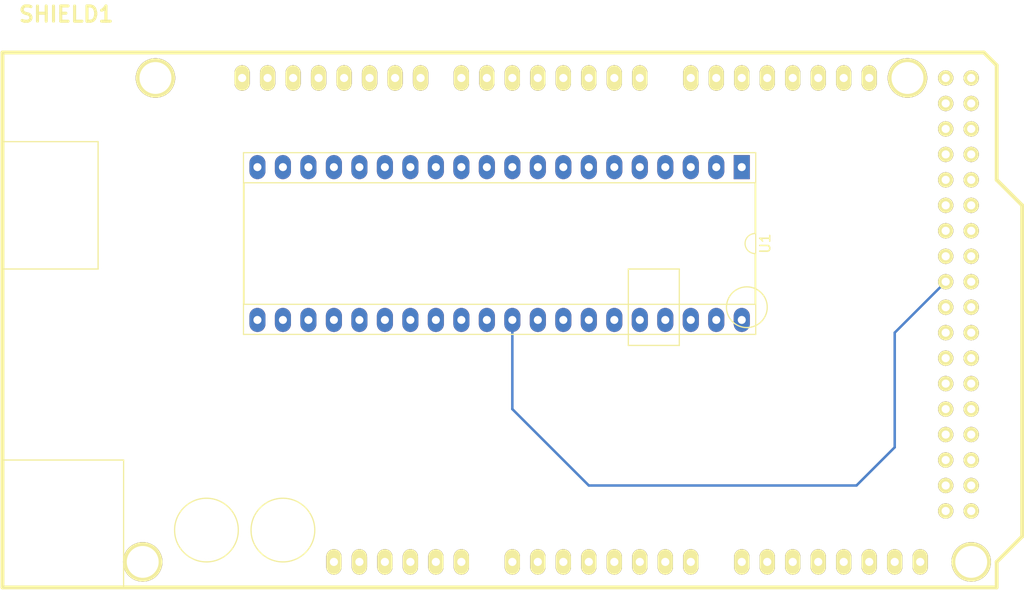
<source format=kicad_pcb>
(kicad_pcb (version 20171130) (host pcbnew "(5.0.0)")

  (general
    (thickness 1.6)
    (drawings 0)
    (tracks 6)
    (zones 0)
    (modules 2)
    (nets 95)
  )

  (page A4)
  (layers
    (0 F.Cu signal)
    (31 B.Cu signal)
    (32 B.Adhes user)
    (33 F.Adhes user)
    (34 B.Paste user)
    (35 F.Paste user)
    (36 B.SilkS user)
    (37 F.SilkS user)
    (38 B.Mask user)
    (39 F.Mask user)
    (40 Dwgs.User user)
    (41 Cmts.User user)
    (42 Eco1.User user)
    (43 Eco2.User user)
    (44 Edge.Cuts user)
    (45 Margin user)
    (46 B.CrtYd user)
    (47 F.CrtYd user)
    (48 B.Fab user)
    (49 F.Fab user)
  )

  (setup
    (last_trace_width 0.25)
    (trace_clearance 0.2)
    (zone_clearance 0.508)
    (zone_45_only no)
    (trace_min 0.2)
    (segment_width 0.2)
    (edge_width 0.1)
    (via_size 0.8)
    (via_drill 0.4)
    (via_min_size 0.4)
    (via_min_drill 0.3)
    (uvia_size 0.3)
    (uvia_drill 0.1)
    (uvias_allowed no)
    (uvia_min_size 0.2)
    (uvia_min_drill 0.1)
    (pcb_text_width 0.3)
    (pcb_text_size 1.5 1.5)
    (mod_edge_width 0.15)
    (mod_text_size 1 1)
    (mod_text_width 0.15)
    (pad_size 1.5 1.5)
    (pad_drill 0.6)
    (pad_to_mask_clearance 0)
    (aux_axis_origin 0 0)
    (visible_elements FFFFFF7F)
    (pcbplotparams
      (layerselection 0x010fc_ffffffff)
      (usegerberextensions false)
      (usegerberattributes false)
      (usegerberadvancedattributes false)
      (creategerberjobfile false)
      (excludeedgelayer true)
      (linewidth 0.100000)
      (plotframeref false)
      (viasonmask false)
      (mode 1)
      (useauxorigin false)
      (hpglpennumber 1)
      (hpglpenspeed 20)
      (hpglpendiameter 15.000000)
      (psnegative false)
      (psa4output false)
      (plotreference true)
      (plotvalue true)
      (plotinvisibletext false)
      (padsonsilk false)
      (subtractmaskfromsilk false)
      (outputformat 1)
      (mirror false)
      (drillshape 1)
      (scaleselection 1)
      (outputdirectory ""))
  )

  (net 0 "")
  (net 1 "Net-(SHIELD1-Pad14)")
  (net 2 "Net-(SHIELD1-Pad15)")
  (net 3 "Net-(SHIELD1-Pad16)")
  (net 4 "Net-(SHIELD1-Pad17)")
  (net 5 "Net-(SHIELD1-Pad18)")
  (net 6 "Net-(SHIELD1-Pad19)")
  (net 7 "Net-(SHIELD1-Pad20)")
  (net 8 "Net-(SHIELD1-Pad21)")
  (net 9 "Net-(SHIELD1-PadAD15)")
  (net 10 "Net-(SHIELD1-PadAD14)")
  (net 11 "Net-(SHIELD1-PadAD13)")
  (net 12 "Net-(SHIELD1-PadAD12)")
  (net 13 "Net-(SHIELD1-PadAD8)")
  (net 14 "Net-(SHIELD1-PadAD7)")
  (net 15 "Net-(SHIELD1-PadAD6)")
  (net 16 "Net-(SHIELD1-PadAD9)")
  (net 17 "Net-(SHIELD1-PadAD10)")
  (net 18 "Net-(SHIELD1-PadAD11)")
  (net 19 "Net-(SHIELD1-PadAD5)")
  (net 20 "Net-(SHIELD1-PadAD4)")
  (net 21 "Net-(SHIELD1-PadAD3)")
  (net 22 "Net-(SHIELD1-PadAD0)")
  (net 23 "Net-(SHIELD1-PadAD1)")
  (net 24 "Net-(SHIELD1-PadAD2)")
  (net 25 "Net-(SHIELD1-PadV_IN)")
  (net 26 "Net-(SHIELD1-PadGND2)")
  (net 27 "Net-(SHIELD1-PadGND1)")
  (net 28 "Net-(SHIELD1-Pad3V3)")
  (net 29 "Net-(SHIELD1-PadRST)")
  (net 30 "Net-(SHIELD1-Pad0)")
  (net 31 "Net-(SHIELD1-Pad1)")
  (net 32 "Net-(SHIELD1-Pad2)")
  (net 33 "Net-(SHIELD1-Pad3)")
  (net 34 "Net-(SHIELD1-Pad4)")
  (net 35 "Net-(SHIELD1-Pad5)")
  (net 36 "Net-(SHIELD1-Pad6)")
  (net 37 "Net-(SHIELD1-Pad7)")
  (net 38 "Net-(SHIELD1-Pad8)")
  (net 39 "Net-(SHIELD1-Pad9)")
  (net 40 "Net-(SHIELD1-Pad10)")
  (net 41 "Net-(SHIELD1-Pad11)")
  (net 42 "Net-(SHIELD1-Pad12)")
  (net 43 "Net-(SHIELD1-Pad13)")
  (net 44 "Net-(SHIELD1-PadGND3)")
  (net 45 "Net-(SHIELD1-PadAREF)")
  (net 46 "Net-(SHIELD1-Pad5V)")
  (net 47 +5V)
  (net 48 "Net-(SHIELD1-Pad38)")
  (net 49 "Net-(SHIELD1-Pad39)")
  (net 50 "Net-(SHIELD1-Pad40)")
  (net 51 "Net-(SHIELD1-Pad41)")
  (net 52 "Net-(SHIELD1-Pad42)")
  (net 53 "Net-(SHIELD1-Pad43)")
  (net 54 "Net-(SHIELD1-Pad44)")
  (net 55 "Net-(SHIELD1-Pad45)")
  (net 56 "Net-(SHIELD1-Pad46)")
  (net 57 "Net-(SHIELD1-Pad47)")
  (net 58 "Net-(SHIELD1-Pad48)")
  (net 59 "Net-(SHIELD1-Pad49)")
  (net 60 "Net-(SHIELD1-Pad50)")
  (net 61 "Net-(SHIELD1-Pad51)")
  (net 62 "Net-(SHIELD1-Pad52)")
  (net 63 "Net-(SHIELD1-Pad53)")
  (net 64 GND)
  (net 65 "Net-(U1-Pad20)")
  (net 66 "Net-(U1-Pad19)")
  (net 67 "Net-(U1-Pad18)")
  (net 68 "Net-(U1-Pad17)")
  (net 69 "Net-(U1-Pad16)")
  (net 70 "Net-(U1-Pad28)")
  (net 71 "Net-(U1-Pad27)")
  (net 72 "Net-(U1-Pad26)")
  (net 73 "Net-(U1-Pad6)")
  (net 74 "Net-(U1-Pad25)")
  (net 75 "Net-(U1-Pad24)")
  (net 76 "Net-(U1-Pad23)")
  (net 77 "Net-(U1-Pad22)")
  (net 78 "Net-(U1-Pad21)")
  (net 79 /a0)
  (net 80 /a8)
  (net 81 /a10)
  (net 82 /a9)
  (net 83 /a7)
  (net 84 /a6)
  (net 85 /a5)
  (net 86 /a4)
  (net 87 /a3)
  (net 88 /a2)
  (net 89 /a1)
  (net 90 /a15)
  (net 91 /a14)
  (net 92 /a13)
  (net 93 /a12)
  (net 94 /a11)

  (net_class Default "This is the default net class."
    (clearance 0.2)
    (trace_width 0.25)
    (via_dia 0.8)
    (via_drill 0.4)
    (uvia_dia 0.3)
    (uvia_drill 0.1)
    (add_net +5V)
    (add_net /a0)
    (add_net /a1)
    (add_net /a10)
    (add_net /a11)
    (add_net /a12)
    (add_net /a13)
    (add_net /a14)
    (add_net /a15)
    (add_net /a2)
    (add_net /a3)
    (add_net /a4)
    (add_net /a5)
    (add_net /a6)
    (add_net /a7)
    (add_net /a8)
    (add_net /a9)
    (add_net GND)
    (add_net "Net-(SHIELD1-Pad0)")
    (add_net "Net-(SHIELD1-Pad1)")
    (add_net "Net-(SHIELD1-Pad10)")
    (add_net "Net-(SHIELD1-Pad11)")
    (add_net "Net-(SHIELD1-Pad12)")
    (add_net "Net-(SHIELD1-Pad13)")
    (add_net "Net-(SHIELD1-Pad14)")
    (add_net "Net-(SHIELD1-Pad15)")
    (add_net "Net-(SHIELD1-Pad16)")
    (add_net "Net-(SHIELD1-Pad17)")
    (add_net "Net-(SHIELD1-Pad18)")
    (add_net "Net-(SHIELD1-Pad19)")
    (add_net "Net-(SHIELD1-Pad2)")
    (add_net "Net-(SHIELD1-Pad20)")
    (add_net "Net-(SHIELD1-Pad21)")
    (add_net "Net-(SHIELD1-Pad3)")
    (add_net "Net-(SHIELD1-Pad38)")
    (add_net "Net-(SHIELD1-Pad39)")
    (add_net "Net-(SHIELD1-Pad3V3)")
    (add_net "Net-(SHIELD1-Pad4)")
    (add_net "Net-(SHIELD1-Pad40)")
    (add_net "Net-(SHIELD1-Pad41)")
    (add_net "Net-(SHIELD1-Pad42)")
    (add_net "Net-(SHIELD1-Pad43)")
    (add_net "Net-(SHIELD1-Pad44)")
    (add_net "Net-(SHIELD1-Pad45)")
    (add_net "Net-(SHIELD1-Pad46)")
    (add_net "Net-(SHIELD1-Pad47)")
    (add_net "Net-(SHIELD1-Pad48)")
    (add_net "Net-(SHIELD1-Pad49)")
    (add_net "Net-(SHIELD1-Pad5)")
    (add_net "Net-(SHIELD1-Pad50)")
    (add_net "Net-(SHIELD1-Pad51)")
    (add_net "Net-(SHIELD1-Pad52)")
    (add_net "Net-(SHIELD1-Pad53)")
    (add_net "Net-(SHIELD1-Pad5V)")
    (add_net "Net-(SHIELD1-Pad6)")
    (add_net "Net-(SHIELD1-Pad7)")
    (add_net "Net-(SHIELD1-Pad8)")
    (add_net "Net-(SHIELD1-Pad9)")
    (add_net "Net-(SHIELD1-PadAD0)")
    (add_net "Net-(SHIELD1-PadAD1)")
    (add_net "Net-(SHIELD1-PadAD10)")
    (add_net "Net-(SHIELD1-PadAD11)")
    (add_net "Net-(SHIELD1-PadAD12)")
    (add_net "Net-(SHIELD1-PadAD13)")
    (add_net "Net-(SHIELD1-PadAD14)")
    (add_net "Net-(SHIELD1-PadAD15)")
    (add_net "Net-(SHIELD1-PadAD2)")
    (add_net "Net-(SHIELD1-PadAD3)")
    (add_net "Net-(SHIELD1-PadAD4)")
    (add_net "Net-(SHIELD1-PadAD5)")
    (add_net "Net-(SHIELD1-PadAD6)")
    (add_net "Net-(SHIELD1-PadAD7)")
    (add_net "Net-(SHIELD1-PadAD8)")
    (add_net "Net-(SHIELD1-PadAD9)")
    (add_net "Net-(SHIELD1-PadAREF)")
    (add_net "Net-(SHIELD1-PadGND1)")
    (add_net "Net-(SHIELD1-PadGND2)")
    (add_net "Net-(SHIELD1-PadGND3)")
    (add_net "Net-(SHIELD1-PadRST)")
    (add_net "Net-(SHIELD1-PadV_IN)")
    (add_net "Net-(U1-Pad16)")
    (add_net "Net-(U1-Pad17)")
    (add_net "Net-(U1-Pad18)")
    (add_net "Net-(U1-Pad19)")
    (add_net "Net-(U1-Pad20)")
    (add_net "Net-(U1-Pad21)")
    (add_net "Net-(U1-Pad22)")
    (add_net "Net-(U1-Pad23)")
    (add_net "Net-(U1-Pad24)")
    (add_net "Net-(U1-Pad25)")
    (add_net "Net-(U1-Pad26)")
    (add_net "Net-(U1-Pad27)")
    (add_net "Net-(U1-Pad28)")
    (add_net "Net-(U1-Pad6)")
  )

  (module arduino_shields:ARDUINO_MEGA_SHIELD (layer F.Cu) (tedit 4D35330D) (tstamp 5B965E98)
    (at 62.23 121.92)
    (path /5B964095)
    (fp_text reference SHIELD1 (at 6.35 -57.15) (layer F.SilkS)
      (effects (font (size 1.524 1.524) (thickness 0.3048)))
    )
    (fp_text value ARDUINO_MEGA_SHIELD (at 13.97 -54.61) (layer F.SilkS) hide
      (effects (font (size 1.524 1.524) (thickness 0.3048)))
    )
    (fp_circle (center 27.94 -5.715) (end 31.115 -5.715) (layer F.SilkS) (width 0.127))
    (fp_circle (center 20.32 -5.715) (end 23.495 -5.715) (layer F.SilkS) (width 0.127))
    (fp_line (start 0 -12.7) (end 12.065 -12.7) (layer F.SilkS) (width 0.127))
    (fp_line (start 12.065 -12.7) (end 12.065 0) (layer F.SilkS) (width 0.127))
    (fp_line (start 0 -44.45) (end 9.525 -44.45) (layer F.SilkS) (width 0.127))
    (fp_line (start 9.525 -44.45) (end 9.525 -31.75) (layer F.SilkS) (width 0.127))
    (fp_line (start 9.525 -31.75) (end 0 -31.75) (layer F.SilkS) (width 0.127))
    (fp_line (start 62.357 -31.75) (end 62.357 -24.13) (layer F.SilkS) (width 0.127))
    (fp_line (start 62.357 -24.13) (end 67.437 -24.13) (layer F.SilkS) (width 0.127))
    (fp_line (start 67.437 -24.13) (end 67.437 -31.75) (layer F.SilkS) (width 0.127))
    (fp_line (start 67.437 -31.75) (end 62.357 -31.75) (layer F.SilkS) (width 0.127))
    (fp_circle (center 74.168 -27.94) (end 76.2 -27.94) (layer F.SilkS) (width 0.127))
    (fp_line (start 99.06 0) (end 0 0) (layer F.SilkS) (width 0.381))
    (fp_line (start 97.79 -53.34) (end 0 -53.34) (layer F.SilkS) (width 0.381))
    (fp_line (start 99.06 -40.64) (end 99.06 -52.07) (layer F.SilkS) (width 0.381))
    (fp_line (start 99.06 -52.07) (end 97.79 -53.34) (layer F.SilkS) (width 0.381))
    (fp_line (start 0 0) (end 0 -53.34) (layer F.SilkS) (width 0.381))
    (fp_line (start 99.06 -40.64) (end 101.6 -38.1) (layer F.SilkS) (width 0.381))
    (fp_line (start 101.6 -38.1) (end 101.6 -5.08) (layer F.SilkS) (width 0.381))
    (fp_line (start 101.6 -5.08) (end 99.06 -2.54) (layer F.SilkS) (width 0.381))
    (fp_line (start 99.06 -2.54) (end 99.06 0) (layer F.SilkS) (width 0.381))
    (pad 14 thru_hole oval (at 68.58 -50.8 90) (size 2.54 1.524) (drill 0.8128) (layers *.Cu *.Mask F.SilkS)
      (net 1 "Net-(SHIELD1-Pad14)"))
    (pad 15 thru_hole oval (at 71.12 -50.8 90) (size 2.54 1.524) (drill 0.8128) (layers *.Cu *.Mask F.SilkS)
      (net 2 "Net-(SHIELD1-Pad15)"))
    (pad 16 thru_hole oval (at 73.66 -50.8 90) (size 2.54 1.524) (drill 0.8128) (layers *.Cu *.Mask F.SilkS)
      (net 3 "Net-(SHIELD1-Pad16)"))
    (pad 17 thru_hole oval (at 76.2 -50.8 90) (size 2.54 1.524) (drill 0.8128) (layers *.Cu *.Mask F.SilkS)
      (net 4 "Net-(SHIELD1-Pad17)"))
    (pad 18 thru_hole oval (at 78.74 -50.8 90) (size 2.54 1.524) (drill 0.8128) (layers *.Cu *.Mask F.SilkS)
      (net 5 "Net-(SHIELD1-Pad18)"))
    (pad 19 thru_hole oval (at 81.28 -50.8 90) (size 2.54 1.524) (drill 0.8128) (layers *.Cu *.Mask F.SilkS)
      (net 6 "Net-(SHIELD1-Pad19)"))
    (pad 20 thru_hole oval (at 83.82 -50.8 90) (size 2.54 1.524) (drill 0.8128) (layers *.Cu *.Mask F.SilkS)
      (net 7 "Net-(SHIELD1-Pad20)"))
    (pad 21 thru_hole oval (at 86.36 -50.8 90) (size 2.54 1.524) (drill 0.8128) (layers *.Cu *.Mask F.SilkS)
      (net 8 "Net-(SHIELD1-Pad21)"))
    (pad AD15 thru_hole oval (at 91.44 -2.54 90) (size 2.54 1.524) (drill 0.8128) (layers *.Cu *.Mask F.SilkS)
      (net 9 "Net-(SHIELD1-PadAD15)"))
    (pad AD14 thru_hole oval (at 88.9 -2.54 90) (size 2.54 1.524) (drill 0.8128) (layers *.Cu *.Mask F.SilkS)
      (net 10 "Net-(SHIELD1-PadAD14)"))
    (pad AD13 thru_hole oval (at 86.36 -2.54 90) (size 2.54 1.524) (drill 0.8128) (layers *.Cu *.Mask F.SilkS)
      (net 11 "Net-(SHIELD1-PadAD13)"))
    (pad AD12 thru_hole oval (at 83.82 -2.54 90) (size 2.54 1.524) (drill 0.8128) (layers *.Cu *.Mask F.SilkS)
      (net 12 "Net-(SHIELD1-PadAD12)"))
    (pad AD8 thru_hole oval (at 73.66 -2.54 90) (size 2.54 1.524) (drill 0.8128) (layers *.Cu *.Mask F.SilkS)
      (net 13 "Net-(SHIELD1-PadAD8)"))
    (pad AD7 thru_hole oval (at 68.58 -2.54 90) (size 2.54 1.524) (drill 0.8128) (layers *.Cu *.Mask F.SilkS)
      (net 14 "Net-(SHIELD1-PadAD7)"))
    (pad AD6 thru_hole oval (at 66.04 -2.54 90) (size 2.54 1.524) (drill 0.8128) (layers *.Cu *.Mask F.SilkS)
      (net 15 "Net-(SHIELD1-PadAD6)"))
    (pad AD9 thru_hole oval (at 76.2 -2.54 90) (size 2.54 1.524) (drill 0.8128) (layers *.Cu *.Mask F.SilkS)
      (net 16 "Net-(SHIELD1-PadAD9)"))
    (pad AD10 thru_hole oval (at 78.74 -2.54 90) (size 2.54 1.524) (drill 0.8128) (layers *.Cu *.Mask F.SilkS)
      (net 17 "Net-(SHIELD1-PadAD10)"))
    (pad AD11 thru_hole oval (at 81.28 -2.54 90) (size 2.54 1.524) (drill 0.8128) (layers *.Cu *.Mask F.SilkS)
      (net 18 "Net-(SHIELD1-PadAD11)"))
    (pad AD5 thru_hole oval (at 63.5 -2.54 90) (size 2.54 1.524) (drill 0.8128) (layers *.Cu *.Mask F.SilkS)
      (net 19 "Net-(SHIELD1-PadAD5)"))
    (pad AD4 thru_hole oval (at 60.96 -2.54 90) (size 2.54 1.524) (drill 0.8128) (layers *.Cu *.Mask F.SilkS)
      (net 20 "Net-(SHIELD1-PadAD4)"))
    (pad AD3 thru_hole oval (at 58.42 -2.54 90) (size 2.54 1.524) (drill 0.8128) (layers *.Cu *.Mask F.SilkS)
      (net 21 "Net-(SHIELD1-PadAD3)"))
    (pad AD0 thru_hole oval (at 50.8 -2.54 90) (size 2.54 1.524) (drill 0.8128) (layers *.Cu *.Mask F.SilkS)
      (net 22 "Net-(SHIELD1-PadAD0)"))
    (pad AD1 thru_hole oval (at 53.34 -2.54 90) (size 2.54 1.524) (drill 0.8128) (layers *.Cu *.Mask F.SilkS)
      (net 23 "Net-(SHIELD1-PadAD1)"))
    (pad AD2 thru_hole oval (at 55.88 -2.54 90) (size 2.54 1.524) (drill 0.8128) (layers *.Cu *.Mask F.SilkS)
      (net 24 "Net-(SHIELD1-PadAD2)"))
    (pad V_IN thru_hole oval (at 45.72 -2.54 90) (size 2.54 1.524) (drill 0.8128) (layers *.Cu *.Mask F.SilkS)
      (net 25 "Net-(SHIELD1-PadV_IN)"))
    (pad GND2 thru_hole oval (at 43.18 -2.54 90) (size 2.54 1.524) (drill 0.8128) (layers *.Cu *.Mask F.SilkS)
      (net 26 "Net-(SHIELD1-PadGND2)"))
    (pad GND1 thru_hole oval (at 40.64 -2.54 90) (size 2.54 1.524) (drill 0.8128) (layers *.Cu *.Mask F.SilkS)
      (net 27 "Net-(SHIELD1-PadGND1)"))
    (pad 3V3 thru_hole oval (at 35.56 -2.54 90) (size 2.54 1.524) (drill 0.8128) (layers *.Cu *.Mask F.SilkS)
      (net 28 "Net-(SHIELD1-Pad3V3)"))
    (pad RST thru_hole oval (at 33.02 -2.54 90) (size 2.54 1.524) (drill 0.8128) (layers *.Cu *.Mask F.SilkS)
      (net 29 "Net-(SHIELD1-PadRST)"))
    (pad 0 thru_hole oval (at 63.5 -50.8 90) (size 2.54 1.524) (drill 0.8128) (layers *.Cu *.Mask F.SilkS)
      (net 30 "Net-(SHIELD1-Pad0)"))
    (pad 1 thru_hole oval (at 60.96 -50.8 90) (size 2.54 1.524) (drill 0.8128) (layers *.Cu *.Mask F.SilkS)
      (net 31 "Net-(SHIELD1-Pad1)"))
    (pad 2 thru_hole oval (at 58.42 -50.8 90) (size 2.54 1.524) (drill 0.8128) (layers *.Cu *.Mask F.SilkS)
      (net 32 "Net-(SHIELD1-Pad2)"))
    (pad 3 thru_hole oval (at 55.88 -50.8 90) (size 2.54 1.524) (drill 0.8128) (layers *.Cu *.Mask F.SilkS)
      (net 33 "Net-(SHIELD1-Pad3)"))
    (pad 4 thru_hole oval (at 53.34 -50.8 90) (size 2.54 1.524) (drill 0.8128) (layers *.Cu *.Mask F.SilkS)
      (net 34 "Net-(SHIELD1-Pad4)"))
    (pad 5 thru_hole oval (at 50.8 -50.8 90) (size 2.54 1.524) (drill 0.8128) (layers *.Cu *.Mask F.SilkS)
      (net 35 "Net-(SHIELD1-Pad5)"))
    (pad 6 thru_hole oval (at 48.26 -50.8 90) (size 2.54 1.524) (drill 0.8128) (layers *.Cu *.Mask F.SilkS)
      (net 36 "Net-(SHIELD1-Pad6)"))
    (pad 7 thru_hole oval (at 45.72 -50.8 90) (size 2.54 1.524) (drill 0.8128) (layers *.Cu *.Mask F.SilkS)
      (net 37 "Net-(SHIELD1-Pad7)"))
    (pad 8 thru_hole oval (at 41.656 -50.8 90) (size 2.54 1.524) (drill 0.8128) (layers *.Cu *.Mask F.SilkS)
      (net 38 "Net-(SHIELD1-Pad8)"))
    (pad 9 thru_hole oval (at 39.116 -50.8 90) (size 2.54 1.524) (drill 0.8128) (layers *.Cu *.Mask F.SilkS)
      (net 39 "Net-(SHIELD1-Pad9)"))
    (pad 10 thru_hole oval (at 36.576 -50.8 90) (size 2.54 1.524) (drill 0.8128) (layers *.Cu *.Mask F.SilkS)
      (net 40 "Net-(SHIELD1-Pad10)"))
    (pad 11 thru_hole oval (at 34.036 -50.8 90) (size 2.54 1.524) (drill 0.8128) (layers *.Cu *.Mask F.SilkS)
      (net 41 "Net-(SHIELD1-Pad11)"))
    (pad 12 thru_hole oval (at 31.496 -50.8 90) (size 2.54 1.524) (drill 0.8128) (layers *.Cu *.Mask F.SilkS)
      (net 42 "Net-(SHIELD1-Pad12)"))
    (pad 13 thru_hole oval (at 28.956 -50.8 90) (size 2.54 1.524) (drill 0.8128) (layers *.Cu *.Mask F.SilkS)
      (net 43 "Net-(SHIELD1-Pad13)"))
    (pad GND3 thru_hole oval (at 26.416 -50.8 90) (size 2.54 1.524) (drill 0.8128) (layers *.Cu *.Mask F.SilkS)
      (net 44 "Net-(SHIELD1-PadGND3)"))
    (pad AREF thru_hole oval (at 23.876 -50.8 90) (size 2.54 1.524) (drill 0.8128) (layers *.Cu *.Mask F.SilkS)
      (net 45 "Net-(SHIELD1-PadAREF)"))
    (pad 5V thru_hole oval (at 38.1 -2.54 90) (size 2.54 1.524) (drill 0.8128) (layers *.Cu *.Mask F.SilkS)
      (net 46 "Net-(SHIELD1-Pad5V)"))
    (pad GND1 thru_hole circle (at 96.52 -2.54 90) (size 3.937 3.937) (drill 3.175) (layers *.Cu *.Mask F.SilkS)
      (net 27 "Net-(SHIELD1-PadGND1)"))
    (pad GND1 thru_hole circle (at 90.17 -50.8 90) (size 3.937 3.937) (drill 3.175) (layers *.Cu *.Mask F.SilkS)
      (net 27 "Net-(SHIELD1-PadGND1)"))
    (pad GND1 thru_hole circle (at 15.24 -50.8 90) (size 3.937 3.937) (drill 3.175) (layers *.Cu *.Mask F.SilkS)
      (net 27 "Net-(SHIELD1-PadGND1)"))
    (pad GND1 thru_hole circle (at 13.97 -2.54 90) (size 3.937 3.937) (drill 3.175) (layers *.Cu *.Mask F.SilkS)
      (net 27 "Net-(SHIELD1-PadGND1)"))
    (pad 22 thru_hole circle (at 93.98 -48.26) (size 1.524 1.524) (drill 0.8128) (layers *.Cu *.Mask F.SilkS)
      (net 80 /a8))
    (pad 23 thru_hole circle (at 96.52 -48.26) (size 1.524 1.524) (drill 0.8128) (layers *.Cu *.Mask F.SilkS)
      (net 82 /a9))
    (pad 24 thru_hole circle (at 93.98 -45.72) (size 1.524 1.524) (drill 0.8128) (layers *.Cu *.Mask F.SilkS)
      (net 81 /a10))
    (pad 25 thru_hole circle (at 96.52 -45.72) (size 1.524 1.524) (drill 0.8128) (layers *.Cu *.Mask F.SilkS)
      (net 94 /a11))
    (pad 26 thru_hole circle (at 93.98 -43.18) (size 1.524 1.524) (drill 0.8128) (layers *.Cu *.Mask F.SilkS)
      (net 93 /a12))
    (pad 27 thru_hole circle (at 96.52 -43.18) (size 1.524 1.524) (drill 0.8128) (layers *.Cu *.Mask F.SilkS)
      (net 92 /a13))
    (pad 28 thru_hole circle (at 93.98 -40.64) (size 1.524 1.524) (drill 0.8128) (layers *.Cu *.Mask F.SilkS)
      (net 91 /a14))
    (pad 29 thru_hole circle (at 96.52 -40.64) (size 1.524 1.524) (drill 0.8128) (layers *.Cu *.Mask F.SilkS)
      (net 90 /a15))
    (pad 5V_4 thru_hole circle (at 93.98 -50.8) (size 1.524 1.524) (drill 0.8128) (layers *.Cu *.Mask F.SilkS)
      (net 47 +5V))
    (pad 5V_5 thru_hole circle (at 96.52 -50.8) (size 1.524 1.524) (drill 0.8128) (layers *.Cu *.Mask F.SilkS)
      (net 47 +5V))
    (pad 31 thru_hole circle (at 96.52 -38.1) (size 1.524 1.524) (drill 0.8128) (layers *.Cu *.Mask F.SilkS)
      (net 84 /a6))
    (pad 30 thru_hole circle (at 93.98 -38.1) (size 1.524 1.524) (drill 0.8128) (layers *.Cu *.Mask F.SilkS)
      (net 83 /a7))
    (pad 32 thru_hole circle (at 93.98 -35.56) (size 1.524 1.524) (drill 0.8128) (layers *.Cu *.Mask F.SilkS)
      (net 85 /a5))
    (pad 33 thru_hole circle (at 96.52 -35.56) (size 1.524 1.524) (drill 0.8128) (layers *.Cu *.Mask F.SilkS)
      (net 86 /a4))
    (pad 34 thru_hole circle (at 93.98 -33.02) (size 1.524 1.524) (drill 0.8128) (layers *.Cu *.Mask F.SilkS)
      (net 87 /a3))
    (pad 35 thru_hole circle (at 96.52 -33.02) (size 1.524 1.524) (drill 0.8128) (layers *.Cu *.Mask F.SilkS)
      (net 88 /a2))
    (pad 36 thru_hole circle (at 93.98 -30.48) (size 1.524 1.524) (drill 0.8128) (layers *.Cu *.Mask F.SilkS)
      (net 89 /a1))
    (pad 37 thru_hole circle (at 96.52 -30.48) (size 1.524 1.524) (drill 0.8128) (layers *.Cu *.Mask F.SilkS)
      (net 79 /a0))
    (pad 38 thru_hole circle (at 93.98 -27.94) (size 1.524 1.524) (drill 0.8128) (layers *.Cu *.Mask F.SilkS)
      (net 48 "Net-(SHIELD1-Pad38)"))
    (pad 39 thru_hole circle (at 96.52 -27.94) (size 1.524 1.524) (drill 0.8128) (layers *.Cu *.Mask F.SilkS)
      (net 49 "Net-(SHIELD1-Pad39)"))
    (pad 40 thru_hole circle (at 93.98 -25.4) (size 1.524 1.524) (drill 0.8128) (layers *.Cu *.Mask F.SilkS)
      (net 50 "Net-(SHIELD1-Pad40)"))
    (pad 41 thru_hole circle (at 96.52 -25.4) (size 1.524 1.524) (drill 0.8128) (layers *.Cu *.Mask F.SilkS)
      (net 51 "Net-(SHIELD1-Pad41)"))
    (pad 42 thru_hole circle (at 93.98 -22.86) (size 1.524 1.524) (drill 0.8128) (layers *.Cu *.Mask F.SilkS)
      (net 52 "Net-(SHIELD1-Pad42)"))
    (pad 43 thru_hole circle (at 96.52 -22.86) (size 1.524 1.524) (drill 0.8128) (layers *.Cu *.Mask F.SilkS)
      (net 53 "Net-(SHIELD1-Pad43)"))
    (pad 44 thru_hole circle (at 93.98 -20.32) (size 1.524 1.524) (drill 0.8128) (layers *.Cu *.Mask F.SilkS)
      (net 54 "Net-(SHIELD1-Pad44)"))
    (pad 45 thru_hole circle (at 96.52 -20.32) (size 1.524 1.524) (drill 0.8128) (layers *.Cu *.Mask F.SilkS)
      (net 55 "Net-(SHIELD1-Pad45)"))
    (pad 46 thru_hole circle (at 93.98 -17.78) (size 1.524 1.524) (drill 0.8128) (layers *.Cu *.Mask F.SilkS)
      (net 56 "Net-(SHIELD1-Pad46)"))
    (pad 47 thru_hole circle (at 96.52 -17.78) (size 1.524 1.524) (drill 0.8128) (layers *.Cu *.Mask F.SilkS)
      (net 57 "Net-(SHIELD1-Pad47)"))
    (pad 48 thru_hole circle (at 93.98 -15.24) (size 1.524 1.524) (drill 0.8128) (layers *.Cu *.Mask F.SilkS)
      (net 58 "Net-(SHIELD1-Pad48)"))
    (pad 49 thru_hole circle (at 96.52 -15.24) (size 1.524 1.524) (drill 0.8128) (layers *.Cu *.Mask F.SilkS)
      (net 59 "Net-(SHIELD1-Pad49)"))
    (pad 50 thru_hole circle (at 93.98 -12.7) (size 1.524 1.524) (drill 0.8128) (layers *.Cu *.Mask F.SilkS)
      (net 60 "Net-(SHIELD1-Pad50)"))
    (pad 51 thru_hole circle (at 96.52 -12.7) (size 1.524 1.524) (drill 0.8128) (layers *.Cu *.Mask F.SilkS)
      (net 61 "Net-(SHIELD1-Pad51)"))
    (pad 52 thru_hole circle (at 93.98 -10.16) (size 1.524 1.524) (drill 0.8128) (layers *.Cu *.Mask F.SilkS)
      (net 62 "Net-(SHIELD1-Pad52)"))
    (pad 53 thru_hole circle (at 96.52 -10.16) (size 1.524 1.524) (drill 0.8128) (layers *.Cu *.Mask F.SilkS)
      (net 63 "Net-(SHIELD1-Pad53)"))
    (pad GND4 thru_hole circle (at 93.98 -7.62) (size 1.524 1.524) (drill 0.8128) (layers *.Cu *.Mask F.SilkS)
      (net 64 GND))
    (pad GND5 thru_hole circle (at 96.52 -7.62) (size 1.524 1.524) (drill 0.8128) (layers *.Cu *.Mask F.SilkS)
      (net 64 GND))
    (model packages3d\nick\ArduinoMegaShield.wrl
      (at (xyz 0 0 0))
      (scale (xyz 1 1 1))
      (rotate (xyz 0 0 0))
    )
  )

  (module Housings_DIP:DIP-40_W15.24mm_Socket_LongPads (layer F.Cu) (tedit 59C78D6C) (tstamp 5B965EDC)
    (at 135.89 80.01 270)
    (descr "40-lead though-hole mounted DIP package, row spacing 15.24 mm (600 mils), Socket, LongPads")
    (tags "THT DIP DIL PDIP 2.54mm 15.24mm 600mil Socket LongPads")
    (path /5B964142)
    (fp_text reference U1 (at 7.62 -2.33 270) (layer F.SilkS)
      (effects (font (size 1 1) (thickness 0.15)))
    )
    (fp_text value Z80CPU (at 7.62 50.59 270) (layer F.Fab)
      (effects (font (size 1 1) (thickness 0.15)))
    )
    (fp_text user %R (at 7.62 24.13 270) (layer F.Fab)
      (effects (font (size 1 1) (thickness 0.15)))
    )
    (fp_line (start 16.8 -1.6) (end -1.55 -1.6) (layer F.CrtYd) (width 0.05))
    (fp_line (start 16.8 49.85) (end 16.8 -1.6) (layer F.CrtYd) (width 0.05))
    (fp_line (start -1.55 49.85) (end 16.8 49.85) (layer F.CrtYd) (width 0.05))
    (fp_line (start -1.55 -1.6) (end -1.55 49.85) (layer F.CrtYd) (width 0.05))
    (fp_line (start 16.68 -1.39) (end -1.44 -1.39) (layer F.SilkS) (width 0.12))
    (fp_line (start 16.68 49.65) (end 16.68 -1.39) (layer F.SilkS) (width 0.12))
    (fp_line (start -1.44 49.65) (end 16.68 49.65) (layer F.SilkS) (width 0.12))
    (fp_line (start -1.44 -1.39) (end -1.44 49.65) (layer F.SilkS) (width 0.12))
    (fp_line (start 13.68 -1.33) (end 8.62 -1.33) (layer F.SilkS) (width 0.12))
    (fp_line (start 13.68 49.59) (end 13.68 -1.33) (layer F.SilkS) (width 0.12))
    (fp_line (start 1.56 49.59) (end 13.68 49.59) (layer F.SilkS) (width 0.12))
    (fp_line (start 1.56 -1.33) (end 1.56 49.59) (layer F.SilkS) (width 0.12))
    (fp_line (start 6.62 -1.33) (end 1.56 -1.33) (layer F.SilkS) (width 0.12))
    (fp_line (start 16.51 -1.33) (end -1.27 -1.33) (layer F.Fab) (width 0.1))
    (fp_line (start 16.51 49.59) (end 16.51 -1.33) (layer F.Fab) (width 0.1))
    (fp_line (start -1.27 49.59) (end 16.51 49.59) (layer F.Fab) (width 0.1))
    (fp_line (start -1.27 -1.33) (end -1.27 49.59) (layer F.Fab) (width 0.1))
    (fp_line (start 0.255 -0.27) (end 1.255 -1.27) (layer F.Fab) (width 0.1))
    (fp_line (start 0.255 49.53) (end 0.255 -0.27) (layer F.Fab) (width 0.1))
    (fp_line (start 14.985 49.53) (end 0.255 49.53) (layer F.Fab) (width 0.1))
    (fp_line (start 14.985 -1.27) (end 14.985 49.53) (layer F.Fab) (width 0.1))
    (fp_line (start 1.255 -1.27) (end 14.985 -1.27) (layer F.Fab) (width 0.1))
    (fp_arc (start 7.62 -1.33) (end 6.62 -1.33) (angle -180) (layer F.SilkS) (width 0.12))
    (pad 40 thru_hole oval (at 15.24 0 270) (size 2.4 1.6) (drill 0.8) (layers *.Cu *.Mask)
      (net 81 /a10))
    (pad 20 thru_hole oval (at 0 48.26 270) (size 2.4 1.6) (drill 0.8) (layers *.Cu *.Mask)
      (net 65 "Net-(U1-Pad20)"))
    (pad 39 thru_hole oval (at 15.24 2.54 270) (size 2.4 1.6) (drill 0.8) (layers *.Cu *.Mask)
      (net 82 /a9))
    (pad 19 thru_hole oval (at 0 45.72 270) (size 2.4 1.6) (drill 0.8) (layers *.Cu *.Mask)
      (net 66 "Net-(U1-Pad19)"))
    (pad 38 thru_hole oval (at 15.24 5.08 270) (size 2.4 1.6) (drill 0.8) (layers *.Cu *.Mask)
      (net 80 /a8))
    (pad 18 thru_hole oval (at 0 43.18 270) (size 2.4 1.6) (drill 0.8) (layers *.Cu *.Mask)
      (net 67 "Net-(U1-Pad18)"))
    (pad 37 thru_hole oval (at 15.24 7.62 270) (size 2.4 1.6) (drill 0.8) (layers *.Cu *.Mask)
      (net 83 /a7))
    (pad 17 thru_hole oval (at 0 40.64 270) (size 2.4 1.6) (drill 0.8) (layers *.Cu *.Mask)
      (net 68 "Net-(U1-Pad17)"))
    (pad 36 thru_hole oval (at 15.24 10.16 270) (size 2.4 1.6) (drill 0.8) (layers *.Cu *.Mask)
      (net 84 /a6))
    (pad 16 thru_hole oval (at 0 38.1 270) (size 2.4 1.6) (drill 0.8) (layers *.Cu *.Mask)
      (net 69 "Net-(U1-Pad16)"))
    (pad 35 thru_hole oval (at 15.24 12.7 270) (size 2.4 1.6) (drill 0.8) (layers *.Cu *.Mask)
      (net 85 /a5))
    (pad 15 thru_hole oval (at 0 35.56 270) (size 2.4 1.6) (drill 0.8) (layers *.Cu *.Mask)
      (net 58 "Net-(SHIELD1-Pad48)"))
    (pad 34 thru_hole oval (at 15.24 15.24 270) (size 2.4 1.6) (drill 0.8) (layers *.Cu *.Mask)
      (net 86 /a4))
    (pad 14 thru_hole oval (at 0 33.02 270) (size 2.4 1.6) (drill 0.8) (layers *.Cu *.Mask)
      (net 59 "Net-(SHIELD1-Pad49)"))
    (pad 33 thru_hole oval (at 15.24 17.78 270) (size 2.4 1.6) (drill 0.8) (layers *.Cu *.Mask)
      (net 87 /a3))
    (pad 13 thru_hole oval (at 0 30.48 270) (size 2.4 1.6) (drill 0.8) (layers *.Cu *.Mask)
      (net 52 "Net-(SHIELD1-Pad42)"))
    (pad 32 thru_hole oval (at 15.24 20.32 270) (size 2.4 1.6) (drill 0.8) (layers *.Cu *.Mask)
      (net 88 /a2))
    (pad 12 thru_hole oval (at 0 27.94 270) (size 2.4 1.6) (drill 0.8) (layers *.Cu *.Mask)
      (net 57 "Net-(SHIELD1-Pad47)"))
    (pad 31 thru_hole oval (at 15.24 22.86 270) (size 2.4 1.6) (drill 0.8) (layers *.Cu *.Mask)
      (net 89 /a1))
    (pad 11 thru_hole oval (at 0 25.4 270) (size 2.4 1.6) (drill 0.8) (layers *.Cu *.Mask)
      (net 47 +5V))
    (pad 30 thru_hole oval (at 15.24 25.4 270) (size 2.4 1.6) (drill 0.8) (layers *.Cu *.Mask)
      (net 79 /a0))
    (pad 10 thru_hole oval (at 0 22.86 270) (size 2.4 1.6) (drill 0.8) (layers *.Cu *.Mask)
      (net 53 "Net-(SHIELD1-Pad43)"))
    (pad 29 thru_hole oval (at 15.24 27.94 270) (size 2.4 1.6) (drill 0.8) (layers *.Cu *.Mask)
      (net 64 GND))
    (pad 9 thru_hole oval (at 0 20.32 270) (size 2.4 1.6) (drill 0.8) (layers *.Cu *.Mask)
      (net 54 "Net-(SHIELD1-Pad44)"))
    (pad 28 thru_hole oval (at 15.24 30.48 270) (size 2.4 1.6) (drill 0.8) (layers *.Cu *.Mask)
      (net 70 "Net-(U1-Pad28)"))
    (pad 8 thru_hole oval (at 0 17.78 270) (size 2.4 1.6) (drill 0.8) (layers *.Cu *.Mask)
      (net 56 "Net-(SHIELD1-Pad46)"))
    (pad 27 thru_hole oval (at 15.24 33.02 270) (size 2.4 1.6) (drill 0.8) (layers *.Cu *.Mask)
      (net 71 "Net-(U1-Pad27)"))
    (pad 7 thru_hole oval (at 0 15.24 270) (size 2.4 1.6) (drill 0.8) (layers *.Cu *.Mask)
      (net 55 "Net-(SHIELD1-Pad45)"))
    (pad 26 thru_hole oval (at 15.24 35.56 270) (size 2.4 1.6) (drill 0.8) (layers *.Cu *.Mask)
      (net 72 "Net-(U1-Pad26)"))
    (pad 6 thru_hole oval (at 0 12.7 270) (size 2.4 1.6) (drill 0.8) (layers *.Cu *.Mask)
      (net 73 "Net-(U1-Pad6)"))
    (pad 25 thru_hole oval (at 15.24 38.1 270) (size 2.4 1.6) (drill 0.8) (layers *.Cu *.Mask)
      (net 74 "Net-(U1-Pad25)"))
    (pad 5 thru_hole oval (at 0 10.16 270) (size 2.4 1.6) (drill 0.8) (layers *.Cu *.Mask)
      (net 90 /a15))
    (pad 24 thru_hole oval (at 15.24 40.64 270) (size 2.4 1.6) (drill 0.8) (layers *.Cu *.Mask)
      (net 75 "Net-(U1-Pad24)"))
    (pad 4 thru_hole oval (at 0 7.62 270) (size 2.4 1.6) (drill 0.8) (layers *.Cu *.Mask)
      (net 91 /a14))
    (pad 23 thru_hole oval (at 15.24 43.18 270) (size 2.4 1.6) (drill 0.8) (layers *.Cu *.Mask)
      (net 76 "Net-(U1-Pad23)"))
    (pad 3 thru_hole oval (at 0 5.08 270) (size 2.4 1.6) (drill 0.8) (layers *.Cu *.Mask)
      (net 92 /a13))
    (pad 22 thru_hole oval (at 15.24 45.72 270) (size 2.4 1.6) (drill 0.8) (layers *.Cu *.Mask)
      (net 77 "Net-(U1-Pad22)"))
    (pad 2 thru_hole oval (at 0 2.54 270) (size 2.4 1.6) (drill 0.8) (layers *.Cu *.Mask)
      (net 93 /a12))
    (pad 21 thru_hole oval (at 15.24 48.26 270) (size 2.4 1.6) (drill 0.8) (layers *.Cu *.Mask)
      (net 78 "Net-(U1-Pad21)"))
    (pad 1 thru_hole rect (at 0 0 270) (size 2.4 1.6) (drill 0.8) (layers *.Cu *.Mask)
      (net 94 /a11))
    (model ${KISYS3DMOD}/Housings_DIP.3dshapes/DIP-40_W15.24mm_Socket.wrl
      (at (xyz 0 0 0))
      (scale (xyz 1 1 1))
      (rotate (xyz 0 0 0))
    )
  )

  (segment (start 151.13 96.52) (end 156.21 91.44) (width 0.25) (layer B.Cu) (net 89))
  (segment (start 151.13 107.95) (end 151.13 96.52) (width 0.25) (layer B.Cu) (net 89))
  (segment (start 147.32 111.76) (end 151.13 107.95) (width 0.25) (layer B.Cu) (net 89))
  (segment (start 120.65 111.76) (end 147.32 111.76) (width 0.25) (layer B.Cu) (net 89))
  (segment (start 113.03 95.25) (end 113.03 104.14) (width 0.25) (layer B.Cu) (net 89))
  (segment (start 113.03 104.14) (end 120.65 111.76) (width 0.25) (layer B.Cu) (net 89))

)

</source>
